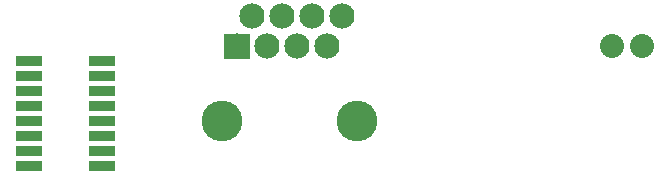
<source format=gts>
G04 MADE WITH FRITZING*
G04 WWW.FRITZING.ORG*
G04 DOUBLE SIDED*
G04 HOLES PLATED*
G04 CONTOUR ON CENTER OF CONTOUR VECTOR*
%ASAXBY*%
%FSLAX23Y23*%
%MOIN*%
%OFA0B0*%
%SFA1.0B1.0*%
%ADD10C,0.084000*%
%ADD11C,0.135984*%
%ADD12C,0.080000*%
%ADD13R,0.090000X0.036000*%
%ADD14R,0.001000X0.001000*%
%LNMASK1*%
G90*
G70*
G54D10*
X2244Y1833D03*
X2194Y1733D03*
X2144Y1833D03*
X2044Y1833D03*
X1944Y1833D03*
X2094Y1733D03*
X1994Y1733D03*
X1894Y1733D03*
G54D11*
X1844Y1483D03*
X2294Y1483D03*
G54D12*
X3244Y1733D03*
X3144Y1733D03*
X3244Y1733D03*
X3144Y1733D03*
G54D13*
X1202Y1683D03*
X1202Y1633D03*
X1202Y1583D03*
X1202Y1533D03*
X1202Y1483D03*
X1202Y1433D03*
X1202Y1383D03*
X1202Y1333D03*
X1444Y1333D03*
X1444Y1383D03*
X1444Y1433D03*
X1444Y1483D03*
X1444Y1533D03*
X1444Y1583D03*
X1444Y1633D03*
X1444Y1683D03*
G54D14*
X1852Y1775D02*
X1935Y1775D01*
X1852Y1774D02*
X1935Y1774D01*
X1852Y1773D02*
X1935Y1773D01*
X1852Y1772D02*
X1935Y1772D01*
X1852Y1771D02*
X1935Y1771D01*
X1852Y1770D02*
X1935Y1770D01*
X1852Y1769D02*
X1935Y1769D01*
X1852Y1768D02*
X1935Y1768D01*
X1852Y1767D02*
X1935Y1767D01*
X1852Y1766D02*
X1935Y1766D01*
X1852Y1765D02*
X1935Y1765D01*
X1852Y1764D02*
X1935Y1764D01*
X1852Y1763D02*
X1935Y1763D01*
X1852Y1762D02*
X1935Y1762D01*
X1852Y1761D02*
X1935Y1761D01*
X1852Y1760D02*
X1935Y1760D01*
X1852Y1759D02*
X1935Y1759D01*
X1852Y1758D02*
X1935Y1758D01*
X1852Y1757D02*
X1935Y1757D01*
X1852Y1756D02*
X1935Y1756D01*
X1852Y1755D02*
X1935Y1755D01*
X1852Y1754D02*
X1935Y1754D01*
X1852Y1753D02*
X1935Y1753D01*
X1852Y1752D02*
X1935Y1752D01*
X1852Y1751D02*
X1935Y1751D01*
X1852Y1750D02*
X1935Y1750D01*
X1852Y1749D02*
X1935Y1749D01*
X1852Y1748D02*
X1890Y1748D01*
X1898Y1748D02*
X1935Y1748D01*
X1852Y1747D02*
X1887Y1747D01*
X1900Y1747D02*
X1935Y1747D01*
X1852Y1746D02*
X1885Y1746D01*
X1902Y1746D02*
X1935Y1746D01*
X1852Y1745D02*
X1884Y1745D01*
X1904Y1745D02*
X1935Y1745D01*
X1852Y1744D02*
X1883Y1744D01*
X1905Y1744D02*
X1935Y1744D01*
X1852Y1743D02*
X1882Y1743D01*
X1906Y1743D02*
X1935Y1743D01*
X1852Y1742D02*
X1881Y1742D01*
X1906Y1742D02*
X1935Y1742D01*
X1852Y1741D02*
X1881Y1741D01*
X1907Y1741D02*
X1935Y1741D01*
X1852Y1740D02*
X1880Y1740D01*
X1908Y1740D02*
X1935Y1740D01*
X1852Y1739D02*
X1880Y1739D01*
X1908Y1739D02*
X1935Y1739D01*
X1852Y1738D02*
X1879Y1738D01*
X1908Y1738D02*
X1935Y1738D01*
X1852Y1737D02*
X1879Y1737D01*
X1909Y1737D02*
X1935Y1737D01*
X1852Y1736D02*
X1879Y1736D01*
X1909Y1736D02*
X1935Y1736D01*
X1852Y1735D02*
X1879Y1735D01*
X1909Y1735D02*
X1935Y1735D01*
X1852Y1734D02*
X1879Y1734D01*
X1909Y1734D02*
X1935Y1734D01*
X1852Y1733D02*
X1879Y1733D01*
X1909Y1733D02*
X1935Y1733D01*
X1852Y1732D02*
X1879Y1732D01*
X1909Y1732D02*
X1935Y1732D01*
X1852Y1731D02*
X1879Y1731D01*
X1909Y1731D02*
X1935Y1731D01*
X1852Y1730D02*
X1879Y1730D01*
X1908Y1730D02*
X1935Y1730D01*
X1852Y1729D02*
X1879Y1729D01*
X1908Y1729D02*
X1935Y1729D01*
X1852Y1728D02*
X1880Y1728D01*
X1908Y1728D02*
X1935Y1728D01*
X1852Y1727D02*
X1880Y1727D01*
X1907Y1727D02*
X1935Y1727D01*
X1852Y1726D02*
X1881Y1726D01*
X1907Y1726D02*
X1935Y1726D01*
X1852Y1725D02*
X1881Y1725D01*
X1906Y1725D02*
X1935Y1725D01*
X1852Y1724D02*
X1882Y1724D01*
X1905Y1724D02*
X1935Y1724D01*
X1852Y1723D02*
X1883Y1723D01*
X1904Y1723D02*
X1935Y1723D01*
X1852Y1722D02*
X1884Y1722D01*
X1903Y1722D02*
X1935Y1722D01*
X1852Y1721D02*
X1886Y1721D01*
X1902Y1721D02*
X1935Y1721D01*
X1852Y1720D02*
X1888Y1720D01*
X1900Y1720D02*
X1935Y1720D01*
X1852Y1719D02*
X1935Y1719D01*
X1852Y1718D02*
X1935Y1718D01*
X1852Y1717D02*
X1935Y1717D01*
X1852Y1716D02*
X1935Y1716D01*
X1852Y1715D02*
X1935Y1715D01*
X1852Y1714D02*
X1935Y1714D01*
X1852Y1713D02*
X1935Y1713D01*
X1852Y1712D02*
X1935Y1712D01*
X1852Y1711D02*
X1935Y1711D01*
X1852Y1710D02*
X1935Y1710D01*
X1852Y1709D02*
X1935Y1709D01*
X1852Y1708D02*
X1935Y1708D01*
X1852Y1707D02*
X1935Y1707D01*
X1852Y1706D02*
X1935Y1706D01*
X1852Y1705D02*
X1935Y1705D01*
X1852Y1704D02*
X1935Y1704D01*
X1852Y1703D02*
X1935Y1703D01*
X1852Y1702D02*
X1935Y1702D01*
X1852Y1701D02*
X1935Y1701D01*
X1852Y1700D02*
X1935Y1700D01*
X1852Y1699D02*
X1935Y1699D01*
X1852Y1698D02*
X1935Y1698D01*
X1852Y1697D02*
X1935Y1697D01*
X1852Y1696D02*
X1935Y1696D01*
X1852Y1695D02*
X1935Y1695D01*
X1852Y1694D02*
X1935Y1694D01*
X1852Y1693D02*
X1935Y1693D01*
X1852Y1692D02*
X1935Y1692D01*
D02*
G04 End of Mask1*
M02*
</source>
